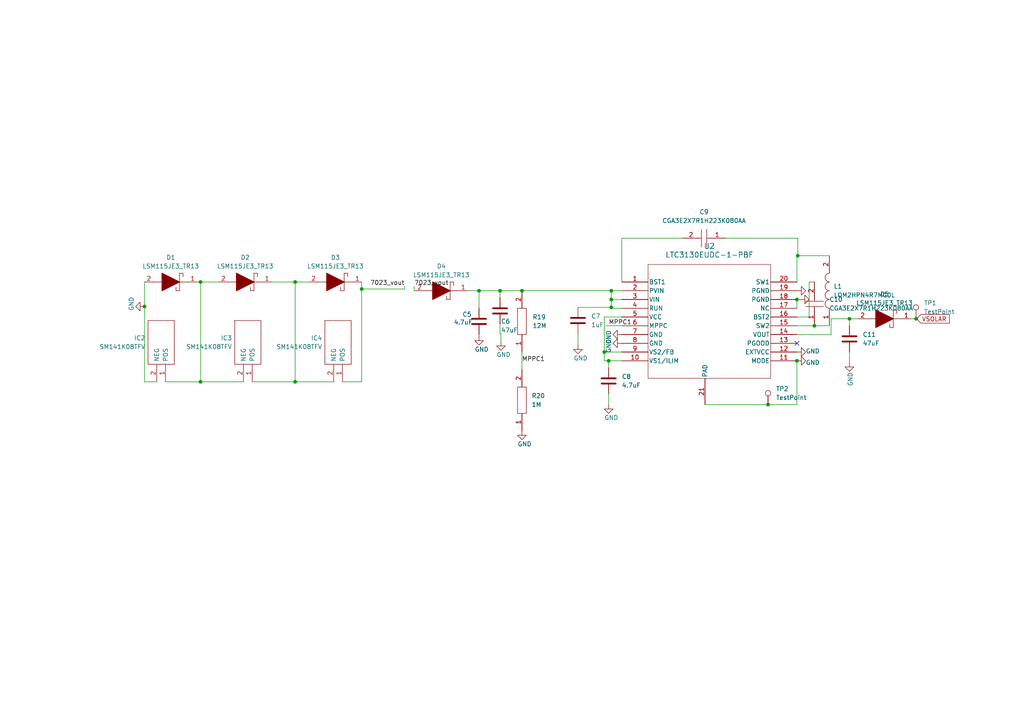
<source format=kicad_sch>
(kicad_sch (version 20230121) (generator eeschema)
  (paper "A4")
  (lib_symbols
    (symbol "AA_AUTO_LOADER:CGA3E2X7R1H223K080AA" (pin_names (offset 0.762))
      (property "Reference" "C" (at 8.89 6.35 0))
      (property "Value" "CGA3E2X7R1H223K080AA" (at 8.89 3.81 0))
      (symbol "CGA3E2X7R1H223K080AA_0_0"
        (pin passive line (at 0 0 0) (length 5.08) (name "~") (number "1"))
        (pin passive line (at 12.7 0 180) (length 5.08) (name "~") (number "2"))
      )
      (symbol "CGA3E2X7R1H223K080AA_0_1"
        (polyline (pts (xy 5.08 0) (xy 5.588 0)) (stroke (width 0.1524)))
        (polyline (pts (xy 5.588 2.54) (xy 5.588 -2.54)) (stroke (width 0.1524)))
        (polyline (pts (xy 7.112 0) (xy 7.62 0)) (stroke (width 0.1524)))
        (polyline (pts (xy 7.112 2.54) (xy 7.112 -2.54)) (stroke (width 0.1524)))
      )
    )
    (symbol "AA_AUTO_LOADER:CHV2010-FX-1005ELF" (pin_names (offset 0.762))
      (property "Reference" "R" (at 13.97 6.35 0))
      (property "Value" "CHV2010-FX-1005ELF" (at 13.97 3.81 0))
      (symbol "CHV2010-FX-1005ELF_0_0"
        (pin passive line (at 0 0 0) (length 5.08) (name "~") (number "1"))
        (pin passive line (at 17.78 0 180) (length 5.08) (name "~") (number "2"))
      )
      (symbol "CHV2010-FX-1005ELF_0_1"
        (polyline (pts (xy 5.08 1.27) (xy 12.7 1.27) (xy 12.7 -1.27) (xy 5.08 -1.27) (xy 5.08 1.27)) (stroke (width 0.1524)))
      )
    )
    (symbol "AA_AUTO_LOADER:LQM2HPN4R7MG0L" (pin_names (offset 0.762))
      (property "Reference" "L" (at 16.51 6.35 0))
      (property "Value" "LQM2HPN4R7MG0L" (at 16.51 3.81 0))
      (symbol "LQM2HPN4R7MG0L_0_0"
        (pin passive line (at 0 0 0) (length 5.08) (name "~") (number "1"))
        (pin passive line (at 20.32 0 180) (length 5.08) (name "~") (number "2"))
      )
      (symbol "LQM2HPN4R7MG0L_0_1"
        (arc (start 7.62 0) (mid 6.35 1.2202) (end 5.08 0) (stroke (width 0.1524)))
        (arc (start 10.16 0) (mid 8.89 1.2202) (end 7.62 0) (stroke (width 0.1524)))
        (arc (start 12.7 0) (mid 11.43 1.2202) (end 10.16 0) (stroke (width 0.1524)))
        (arc (start 15.24 0) (mid 13.97 1.2202) (end 12.7 0) (stroke (width 0.1524)))
      )
    )
    (symbol "AA_AUTO_LOADER:LSM115JE3_TR13" (pin_names (offset 0.762))
      (property "Reference" "D" (at 12.7 8.89 0))
      (property "Value" "LSM115JE3_TR13" (at 12.7 6.35 0))
      (symbol "LSM115JE3_TR13_0_0"
        (pin passive line (at 2.54 0 0) (length 2.54) (name "~") (number "1"))
        (pin passive line (at 17.78 0 180) (length 2.54) (name "~") (number "2"))
      )
      (symbol "LSM115JE3_TR13_0_1"
        (polyline (pts (xy 5.08 0) (xy 7.62 0)) (stroke (width 0.1524)))
        (polyline (pts (xy 7.62 2.54) (xy 7.62 -2.54)) (stroke (width 0.1524)))
        (polyline (pts (xy 12.7 0) (xy 15.24 0)) (stroke (width 0.1524)))
        (polyline (pts (xy 7.62 -2.54) (xy 6.604 -2.54) (xy 6.604 -1.524)) (stroke (width 0.1524)))
        (polyline (pts (xy 7.62 2.54) (xy 8.636 2.54) (xy 8.636 1.524)) (stroke (width 0.1524)))
        (polyline (pts (xy 7.62 0) (xy 12.7 2.54) (xy 12.7 -2.54) (xy 7.62 0)) (stroke (width 0.254)) (fill (type outline)))
      )
    )
    (symbol "AA_AUTO_LOADER:RC1206FR-072M49L" (pin_names (offset 0.762))
      (property "Reference" "R" (at 13.97 6.35 0))
      (property "Value" "RC1206FR-072M49L" (at 13.97 3.81 0))
      (symbol "RC1206FR-072M49L_0_0"
        (pin passive line (at 0 0 0) (length 5.08) (name "~") (number "1"))
        (pin passive line (at 17.78 0 180) (length 5.08) (name "~") (number "2"))
      )
      (symbol "RC1206FR-072M49L_0_1"
        (polyline (pts (xy 5.08 1.27) (xy 12.7 1.27) (xy 12.7 -1.27) (xy 5.08 -1.27) (xy 5.08 1.27)) (stroke (width 0.1524)))
      )
    )
    (symbol "AA_AUTO_LOADER:SM141K08TFV" (pin_names (offset 0.762))
      (property "Reference" "IC" (at 19.05 7.62 0))
      (property "Value" "SM141K08TFV" (at 19.05 5.08 0))
      (symbol "SM141K08TFV_0_0"
        (pin power_in line (at 0 0 0) (length 5.08) (name "POS") (number "1"))
        (pin power_in line (at 0 -2.54 0) (length 5.08) (name "NEG") (number "2"))
      )
      (symbol "SM141K08TFV_0_1"
        (polyline (pts (xy 5.08 2.54) (xy 17.78 2.54) (xy 17.78 -5.08) (xy 5.08 -5.08) (xy 5.08 2.54)) (stroke (width 0.1524)))
      )
    )
    (symbol "Connector:TestPoint" (pin_numbers hide) (pin_names (offset 0.762) hide)
      (property "Reference" "TP" (at 0 6.858 0))
      (property "Value" "TestPoint" (at 0 5.08 0))
      (symbol "TestPoint_0_1"
        (circle (center 0 3.302) (radius 0.762))
      )
      (symbol "TestPoint_1_1"
        (pin passive line (at 0 0 90) (length 2.54) (name "1") (number "1"))
      )
    )
    (symbol "LTC3130:LTC3130EUDC-1-PBF" (pin_names (offset 0.254))
      (property "Reference" "U" (at 25.4 10.16 0))
      (property "Value" "LTC3130EUDC-1-PBF" (at 25.4 7.62 0))
      (symbol "LTC3130EUDC-1-PBF_0_1"
        (polyline (pts (xy 7.62 -27.94) (xy 43.18 -27.94)) (stroke (width 0.127)))
        (polyline (pts (xy 7.62 5.08) (xy 7.62 -27.94)) (stroke (width 0.127)))
        (polyline (pts (xy 43.18 -27.94) (xy 43.18 5.08)) (stroke (width 0.127)))
        (polyline (pts (xy 43.18 5.08) (xy 7.62 5.08)) (stroke (width 0.127)))
        (pin unspecified line (at 0 0 0) (length 7.62) (name "BST1") (number "1"))
        (pin bidirectional line (at 0 -22.86 0) (length 7.62) (name "VS1/ILIM") (number "10"))
        (pin unspecified line (at 50.8 -22.86 180) (length 7.62) (name "MODE") (number "11"))
        (pin input line (at 50.8 -20.32 180) (length 7.62) (name "EXTVCC") (number "12"))
        (pin output line (at 50.8 -17.78 180) (length 7.62) (name "PGOOD") (number "13"))
        (pin output line (at 50.8 -15.24 180) (length 7.62) (name "VOUT") (number "14"))
        (pin unspecified line (at 50.8 -12.7 180) (length 7.62) (name "SW2") (number "15"))
        (pin unspecified line (at 50.8 -10.16 180) (length 7.62) (name "BST2") (number "16"))
        (pin power_out line (at 50.8 -5.08 180) (length 7.62) (name "PGND") (number "18"))
        (pin power_out line (at 50.8 -2.54 180) (length 7.62) (name "PGND") (number "19"))
        (pin input line (at 0 -2.54 0) (length 7.62) (name "PVIN") (number "2"))
        (pin unspecified line (at 50.8 0 180) (length 7.62) (name "SW1") (number "20"))
        (pin input line (at 0 -5.08 0) (length 7.62) (name "VIN") (number "3"))
        (pin input line (at 0 -7.62 0) (length 7.62) (name "RUN") (number "4"))
        (pin power_in line (at 0 -10.16 0) (length 7.62) (name "VCC") (number "5"))
        (pin unspecified line (at 0 -12.7 0) (length 7.62) (name "MPPC") (number "6"))
        (pin power_out line (at 0 -15.24 0) (length 7.62) (name "GND") (number "7"))
        (pin power_out line (at 0 -17.78 0) (length 7.62) (name "GND") (number "8"))
        (pin bidirectional line (at 0 -20.32 0) (length 7.62) (name "VS2/FB") (number "9"))
      )
      (symbol "LTC3130EUDC-1-PBF_1_1"
        (pin output line (at 50.8 -7.62 180) (length 7.62) (name "NC") (number "17"))
        (pin power_out line (at 24.13 -35.56 90) (length 7.62) (name "PAD") (number "21"))
      )
    )
    (symbol "PCM_Capacitor_AKL:C_0805" (pin_numbers hide) (pin_names (offset 0.254))
      (property "Reference" "C" (at 0.635 2.54 0))
      (property "Value" "C_0805" (at 0.635 -2.54 0))
      (symbol "C_0805_0_1"
        (polyline (pts (xy -2.032 -0.762) (xy 2.032 -0.762)) (stroke (width 0.508)))
        (polyline (pts (xy -2.032 0.762) (xy 2.032 0.762)) (stroke (width 0.508)))
      )
      (symbol "C_0805_1_1"
        (pin passive line (at 0 3.81 270) (length 2.794) (name "~") (number "1"))
        (pin passive line (at 0 -3.81 90) (length 2.794) (name "~") (number "2"))
      )
    )
    (symbol "power:GND" (power) (pin_names (offset 0))
      (property "Value" "GND" (at 0 -3.81 0))
      (symbol "GND_0_1"
        (polyline (pts (xy 0 0) (xy 0 -1.27) (xy 1.27 -1.27) (xy 0 -2.54) (xy -1.27 -1.27) (xy 0 -1.27)))
      )
      (symbol "GND_1_1"
        (pin power_in line (at 0 0 270) (length 0) hide (name "GND") (number "1"))
      )
    )
  )
  (junction (at 175.26 102.108))
  (junction (at 222.758 117.348))
  (junction (at 58.166 110.744))
  (junction (at 58.166 81.788))
  (junction (at 176.53 104.648))
  (junction (at 265.684 92.456))
  (junction (at 138.938 84.328))
  (junction (at 236.22 94.488))
  (junction (at 41.91 88.9))
  (junction (at 104.902 83.82))
  (junction (at 231.14 86.868))
  (junction (at 151.384 84.328))
  (junction (at 177.292 84.328))
  (junction (at 85.598 81.788))
  (junction (at 85.598 110.744))
  (junction (at 231.14 104.648))
  (junction (at 177.292 86.868))
  (junction (at 231.394 74.168))
  (junction (at 246.38 92.456))
  (junction (at 145.034 84.328))
  (junction (at 177.292 89.154))
  (no_connect (at 231.14 99.568))
  (wire (pts (xy 177.292 84.328) (xy 177.292 86.868)))
  (wire (pts (xy 145.034 86.36) (xy 145.034 84.328)))
  (wire (pts (xy 145.288 96.774) (xy 145.288 99.06)))
  (wire (pts (xy 120.142 84.328) (xy 120.396 84.328)))
  (wire (pts (xy 234.696 81.788) (xy 234.696 91.948)))
  (wire (pts (xy 175.26 102.108) (xy 175.26 104.648)))
  (wire (pts (xy 58.166 110.744) (xy 48.006 110.744)))
  (wire (pts (xy 231.14 97.028) (xy 241.046 97.028)))
  (wire (pts (xy 135.636 84.328) (xy 138.938 84.328)))
  (wire (pts (xy 177.292 86.868) (xy 180.34 86.868)))
  (wire (pts (xy 145.034 84.328) (xy 151.384 84.328)))
  (wire (pts (xy 175.768 94.488) (xy 180.34 94.488)))
  (wire (pts (xy 231.14 94.488) (xy 236.22 94.488)))
  (wire (pts (xy 204.47 117.348) (xy 222.758 117.348)))
  (wire (pts (xy 85.598 81.788) (xy 85.598 110.744)))
  (wire (pts (xy 85.598 110.744) (xy 73.152 110.744)))
  (wire (pts (xy 246.38 92.456) (xy 248.92 92.456)))
  (wire (pts (xy 145.034 96.774) (xy 145.034 93.98)))
  (wire (pts (xy 96.774 110.744) (xy 85.598 110.744)))
  (wire (pts (xy 265.684 92.456) (xy 265.938 92.456)))
  (wire (pts (xy 138.938 97.536) (xy 138.938 97.028)))
  (wire (pts (xy 138.938 89.408) (xy 138.938 84.328)))
  (wire (pts (xy 180.34 81.788) (xy 180.34 69.088)))
  (wire (pts (xy 41.91 81.788) (xy 41.91 88.9)))
  (wire (pts (xy 177.292 89.408) (xy 180.34 89.408)))
  (wire (pts (xy 231.14 86.868) (xy 231.14 89.408)))
  (wire (pts (xy 177.292 89.154) (xy 177.292 89.408)))
  (wire (pts (xy 89.662 81.788) (xy 85.598 81.788)))
  (wire (pts (xy 231.394 74.168) (xy 231.14 74.168)))
  (wire (pts (xy 70.612 110.744) (xy 58.166 110.744)))
  (wire (pts (xy 58.166 81.788) (xy 57.15 81.788)))
  (wire (pts (xy 175.26 104.648) (xy 176.53 104.648)))
  (wire (pts (xy 231.14 86.868) (xy 232.156 86.868)))
  (wire (pts (xy 234.696 91.948) (xy 231.14 91.948)))
  (wire (pts (xy 264.16 92.456) (xy 265.684 92.456)))
  (wire (pts (xy 117.348 83.82) (xy 104.902 83.82)))
  (wire (pts (xy 175.26 102.108) (xy 180.34 102.108)))
  (wire (pts (xy 176.53 104.648) (xy 180.34 104.648)))
  (wire (pts (xy 241.046 97.028) (xy 241.046 92.456)))
  (wire (pts (xy 236.22 94.488) (xy 240.538 94.488)))
  (wire (pts (xy 240.538 74.168) (xy 231.394 74.168)))
  (wire (pts (xy 231.14 104.648) (xy 231.14 117.348)))
  (wire (pts (xy 41.91 88.9) (xy 41.91 110.744)))
  (wire (pts (xy 176.53 114.3) (xy 176.53 117.348)))
  (wire (pts (xy 151.384 107.188) (xy 151.384 102.108)))
  (wire (pts (xy 138.938 84.328) (xy 145.034 84.328)))
  (wire (pts (xy 58.166 81.788) (xy 58.166 110.744)))
  (wire (pts (xy 246.38 105.156) (xy 246.38 102.108)))
  (wire (pts (xy 85.598 81.788) (xy 78.74 81.788)))
  (wire (pts (xy 180.34 69.088) (xy 197.866 69.088)))
  (wire (pts (xy 231.14 74.168) (xy 231.14 81.788)))
  (wire (pts (xy 177.292 84.328) (xy 180.34 84.328)))
  (wire (pts (xy 167.64 89.154) (xy 177.292 89.154)))
  (wire (pts (xy 145.034 96.774) (xy 145.288 96.774)))
  (wire (pts (xy 175.26 91.948) (xy 175.26 102.108)))
  (wire (pts (xy 41.91 110.744) (xy 45.466 110.744)))
  (wire (pts (xy 177.292 89.154) (xy 177.292 86.868)))
  (wire (pts (xy 167.64 100.076) (xy 167.64 96.774)))
  (wire (pts (xy 104.902 81.788) (xy 104.902 83.82)))
  (wire (pts (xy 210.566 69.088) (xy 231.394 69.088)))
  (wire (pts (xy 241.046 92.456) (xy 246.38 92.456)))
  (wire (pts (xy 151.384 84.328) (xy 177.292 84.328)))
  (wire (pts (xy 63.5 81.788) (xy 58.166 81.788)))
  (wire (pts (xy 99.314 110.744) (xy 104.902 110.744)))
  (wire (pts (xy 120.142 83.058) (xy 120.142 84.328)))
  (wire (pts (xy 180.34 91.948) (xy 175.26 91.948)))
  (wire (pts (xy 236.22 81.788) (xy 234.696 81.788)))
  (wire (pts (xy 117.348 83.058) (xy 117.348 83.82)))
  (wire (pts (xy 231.394 69.088) (xy 231.394 74.168)))
  (wire (pts (xy 246.38 92.456) (xy 246.38 94.488)))
  (wire (pts (xy 176.53 106.68) (xy 176.53 104.648)))
  (wire (pts (xy 222.758 117.348) (xy 231.14 117.348)))
  (wire (pts (xy 104.902 83.82) (xy 104.902 110.744)))
  (label "7023_vout" (at 120.142 83.058 0))
  (label "7023_vout" (at 117.348 83.058 180))
  (label "MPPC1" (at 176.53 94.488 0))
  (label "MPPC1" (at 151.384 105.156 0))
  (global_label "VSOLAR" (shape input) (at 265.938 92.456 0) (property "Intersheetrefs" "${INTERSHEET_REFS}" (effects hide)))
  (symbol (lib_id "power:GND") (at 151.384 124.968 0) (mirror y) (unit 1)
    (property "Reference" "#PWR?" (effects hide))
    (property "Value" "GND" (at 150.114 128.778 0) (effects (justify right)))
    (instances (project "xpanel" (path "" (reference "#PWR?") (unit 1))) (project "Z_PLUS_REV1" (path "" (reference "#PWR029") (unit 1))) (project "Xpanel_V1_final" (path "" (reference "#PWR039") (unit 1)) (path "" (reference "#PWR042") (unit 1))))
  )
  (symbol (lib_id "Connector:TestPoint") (at 222.758 117.348 0) (unit 1)
    (property "Reference" "TP2" (at 225.044 112.776 0) (effects (justify left)))
    (property "Value" "TestPoint" (at 225.044 115.316 0) (effects (justify left)))
    (property "Footprint" "TestPoint:TestPoint_Loop_D1.80mm_Drill1.0mm_Beaded" (effects hide))
  )
  (symbol (lib_id "AA_AUTO_LOADER:LSM115JE3_TR13") (at 59.69 81.788 180) (unit 1)
    (property "Reference" "D1" (at 49.53 74.676 0))
    (property "Value" "LSM115JE3_TR13" (at 49.53 77.216 0))
    (property "Footprint" "DIOM5436X330N" (effects hide))
    (property "Datasheet" "https://media.digikey.com/pdf/Data%20Sheets/Microsemi%20PDFs/LSM115J.pdf" (effects hide))
    (property "Description" "Schottky Diodes & Rectifiers Schottky" (effects hide))
    (property "Height" "3.3" (effects hide))
    (property "Manufacturer_Name" "Microsemi Corporation" (effects hide))
    (property "Manufacturer_Part_Number" "LSM115JE3/TR13" (effects hide))
    (property "Mouser Part Number" "494-LSM115JE3/TR13" (effects hide))
    (property "Mouser Price/Stock" "https://www.mouser.co.uk/ProductDetail/Microchip-Microsemi/LSM115JE3-TR13/?qs=6jAvgNDGUA8H9k1qUsKdHA%3D%3D" (effects hide))
    (property "Arrow Part Number" "LSM115JE3/TR13" (effects hide))
    (property "Arrow Price/Stock" "https://www.arrow.com/en/products/lsm115je3tr13/microsemi" (effects hide))
  )
  (symbol (lib_id "AA_AUTO_LOADER:SM141K08TFV") (at 99.314 110.744 270) (mirror x) (unit 1)
    (property "Reference" "IC4" (at 93.472 98.044 90) (effects (justify right)))
    (property "Value" "SM141K08TFV" (at 93.472 100.584 90) (effects (justify right)))
    (property "Footprint" "SODFL520290X120N" (effects hide))
    (property "Datasheet" "https://waf-e.dubudisk.com/anysolar.dubuplus.com/techsupport@anysolar.biz/O18BEt3/DubuDisk/www/Gen3/SM141K08TFV%20DATA%20SHEET%20202105.pdf" (effects hide))
    (property "Description" "SOLAR CELL G3 THIN 5.53V 246MW" (effects hide))
    (property "Height" "1.2" (effects hide))
    (property "Manufacturer_Name" "ANYSOLAR" (effects hide))
    (property "Manufacturer_Part_Number" "SM141K08TFV" (effects hide))
  )
  (symbol (lib_id "AA_AUTO_LOADER:SM141K08TFV") (at 73.152 110.744 270) (mirror x) (unit 1)
    (property "Reference" "IC3" (at 67.31 98.044 90) (effects (justify right)))
    (property "Value" "SM141K08TFV" (at 67.31 100.584 90) (effects (justify right)))
    (property "Footprint" "SODFL520290X120N" (effects hide))
    (property "Datasheet" "https://waf-e.dubudisk.com/anysolar.dubuplus.com/techsupport@anysolar.biz/O18BEt3/DubuDisk/www/Gen3/SM141K08TFV%20DATA%20SHEET%20202105.pdf" (effects hide))
    (property "Description" "SOLAR CELL G3 THIN 5.53V 246MW" (effects hide))
    (property "Height" "1.2" (effects hide))
    (property "Manufacturer_Name" "ANYSOLAR" (effects hide))
    (property "Manufacturer_Part_Number" "SM141K08TFV" (effects hide))
  )
  (symbol (lib_id "LTC3130:LTC3130EUDC-1-PBF") (at 180.34 81.788 0) (unit 1)
    (property "Reference" "U2" (at 205.74 71.374 0) (effects (font (size 1.524 1.524))))
    (property "Value" "LTC3130EUDC-1-PBF" (at 205.74 73.914 0) (effects (font (size 1.524 1.524))))
    (property "Footprint" "UDC_20_ADI" (effects hide))
    (property "Datasheet" "LTC3130EUDC-1-PBF" (effects hide))
    (instances (project "Z_PLUS_REV1" (path "" (reference "U2") (unit 1))) (project "Xpanel_V1_final" (path "" (reference "U3") (unit 1)) (path "" (reference "U4") (unit 1))))
  )
  (symbol (lib_id "power:GND") (at 231.14 102.108 90) (mirror x) (unit 1)
    (property "Reference" "#PWR?" (effects hide))
    (property "Value" "GND" (at 233.68 101.854 90) (effects (justify right)))
    (instances (project "xpanel" (path "" (reference "#PWR?") (unit 1))) (project "Z_PLUS_REV1" (path "" (reference "#PWR035") (unit 1))) (project "Xpanel_V1_final" (path "" (reference "#PWR037") (unit 1)) (path "" (reference "#PWR057") (unit 1))))
  )
  (symbol (lib_id "power:GND") (at 138.938 97.536 0) (mirror y) (unit 1)
    (property "Reference" "#PWR?" (effects hide))
    (property "Value" "GND" (at 137.668 101.346 0) (effects (justify right)))
    (instances (project "xpanel" (path "" (reference "#PWR?") (unit 1))) (project "Z_PLUS_REV1" (path "" (reference "#PWR027") (unit 1))) (project "Xpanel_V1_final" (path "" (reference "#PWR038") (unit 1)) (path "" (reference "#PWR041") (unit 1))))
  )
  (symbol (lib_id "power:GND") (at 167.64 100.076 0) (mirror y) (unit 1)
    (property "Reference" "#PWR?" (effects hide))
    (property "Value" "GND" (at 166.37 103.886 0) (effects (justify right)))
    (instances (project "xpanel" (path "" (reference "#PWR?") (unit 1))) (project "Z_PLUS_REV1" (path "" (reference "#PWR030") (unit 1))) (project "Xpanel_V1_final" (path "" (reference "#PWR031") (unit 1)) (path "" (reference "#PWR043") (unit 1))))
  )
  (symbol (lib_id "Connector:TestPoint") (at 265.684 92.456 0) (unit 1)
    (property "Reference" "TP1" (at 267.97 87.884 0) (effects (justify left)))
    (property "Value" "TestPoint" (at 267.97 90.424 0) (effects (justify left)))
    (property "Footprint" "TestPoint:TestPoint_Loop_D1.80mm_Drill1.0mm_Beaded" (effects hide))
  )
  (symbol (lib_id "power:GND") (at 41.91 88.9 270) (unit 1)
    (property "Reference" "#PWR?" (effects hide))
    (property "Value" "GND" (at 38.1 90.17 0) (effects (justify right)))
    (instances (project "xpanel" (path "" (reference "#PWR?") (unit 1))) (project "Z_PLUS_REV1" (path "" (reference "#PWR026") (unit 1))) (project "Xpanel_V1_final" (path "" (reference "#PWR039") (unit 1)) (path "" (reference "#PWR042") (unit 1))))
  )
  (symbol (lib_id "AA_AUTO_LOADER:CGA3E2X7R1H223K080AA") (at 236.22 94.488 90) (unit 1)
    (property "Reference" "C10" (at 240.538 86.868 90) (effects (justify right)))
    (property "Value" "CGA3E2X7R1H223K080AA" (at 240.538 89.408 90) (effects (justify right)))
    (property "Footprint" "CAPC1608X90N" (effects hide))
    (property "Datasheet" "http://docs-europe.electrocomponents.com/webdocs/14e9/0900766b814e9125.pdf" (effects hide))
    (property "Description" "TDK 22nF Multilayer Ceramic Capacitor MLCC 50 V dc +/-10% X7R Dielectric 1608 Solder Max. Op. Temp. +125C" (effects hide))
    (property "Height" "0.9" (effects hide))
    (property "Manufacturer_Name" "TDK" (effects hide))
    (property "Manufacturer_Part_Number" "CGA3E2X7R1H223K080AA" (effects hide))
    (property "Mouser Part Number" "810-CGA3E2X7R1H223K" (effects hide))
    (property "Mouser Price/Stock" "https://www.mouser.co.uk/ProductDetail/TDK/CGA3E2X7R1H223K080AA?qs=NRhsANhppD%252Baj3NexA80WA%3D%3D" (effects hide))
    (property "Arrow Part Number" "CGA3E2X7R1H223K080AA" (effects hide))
    (property "Arrow Price/Stock" "https://www.arrow.com/en/products/cga3e2x7r1h223k080aa/tdk?region=nac" (effects hide))
    (instances (project "Z_PLUS_REV1" (path "" (reference "C10") (unit 1))) (project "Xpanel_V1_final" (path "" (reference "C12") (unit 1)) (path "" (reference "C18") (unit 1))))
  )
  (symbol (lib_id "power:GND") (at 180.34 99.568 270) (mirror x) (unit 1)
    (property "Reference" "#PWR?" (effects hide))
    (property "Value" "GND" (at 176.53 98.298 0) (effects (justify right)))
    (instances (project "xpanel" (path "" (reference "#PWR?") (unit 1))) (project "Z_PLUS_REV1" (path "" (reference "#PWR033") (unit 1))) (project "Xpanel_V1_final" (path "" (reference "#PWR033") (unit 1)) (path "" (reference "#PWR046") (unit 1))))
  )
  (symbol (lib_id "AA_AUTO_LOADER:RC1206FR-072M49L") (at 151.384 124.968 90) (unit 1)
    (property "Reference" "R20" (at 154.178 114.808 90) (effects (justify right)))
    (property "Value" "1M" (at 154.178 117.348 90) (effects (justify right)))
    (property "Footprint" "RESC3116X65N" (effects hide))
    (property "Datasheet" "https://www.sos.sk/productdata/35/10/4/35104/RC1206.pdf" (effects hide))
    (property "Description" "Thick Film Resistors - SMD 1/4W 2.49M Ohms 1%" (effects hide))
    (property "Height" "0.65" (effects hide))
    (property "Manufacturer_Name" "KEMET" (effects hide))
    (property "Manufacturer_Part_Number" "RC1206FR-072M49L" (effects hide))
    (property "Mouser Part Number" "603-RC1206FR-072M49L" (effects hide))
    (property "Mouser Price/Stock" "https://www.mouser.com/Search/Refine.aspx?Keyword=603-RC1206FR-072M49L" (effects hide))
    (property "Arrow Part Number" "RC1206FR-072M49L" (effects hide))
    (property "Arrow Price/Stock" "https://www.arrow.com/en/products/rc1206fr-072m49l/yageo" (effects hide))
    (instances (project "Z_PLUS_REV1" (path "" (reference "R20") (unit 1))) (project "Xpanel_V1_final" (path "" (reference "R40") (unit 1))))
  )
  (symbol (lib_id "PCM_Capacitor_AKL:C_0805") (at 176.53 110.49 0) (unit 1)
    (property "Reference" "C8" (at 180.34 109.22 0) (effects (justify left)))
    (property "Value" "4.7uF" (at 180.34 111.76 0) (effects (justify left)))
    (property "Footprint" "Capacitor_SMD:C_0805_2012Metric" (effects hide))
  )
  (symbol (lib_id "power:GND") (at 180.34 97.028 270) (mirror x) (unit 1)
    (property "Reference" "#PWR?" (effects hide))
    (property "Value" "GND" (at 176.53 95.758 0) (effects (justify right)))
    (instances (project "xpanel" (path "" (reference "#PWR?") (unit 1))) (project "Z_PLUS_REV1" (path "" (reference "#PWR032") (unit 1))) (project "Xpanel_V1_final" (path "" (reference "#PWR032") (unit 1)) (path "" (reference "#PWR045") (unit 1))))
  )
  (symbol (lib_id "power:GND") (at 145.288 99.06 0) (mirror y) (unit 1)
    (property "Reference" "#PWR?" (effects hide))
    (property "Value" "GND" (at 144.018 102.87 0) (effects (justify right)))
    (instances (project "xpanel" (path "" (reference "#PWR?") (unit 1))) (project "Z_PLUS_REV1" (path "" (reference "#PWR028") (unit 1))) (project "Xpanel_V1_final" (path "" (reference "#PWR038") (unit 1)) (path "" (reference "#PWR041") (unit 1))))
  )
  (symbol (lib_id "power:GND") (at 176.53 117.348 0) (mirror y) (unit 1)
    (property "Reference" "#PWR?" (effects hide))
    (property "Value" "GND" (at 175.26 121.158 0) (effects (justify right)))
    (instances (project "xpanel" (path "" (reference "#PWR?") (unit 1))) (project "Z_PLUS_REV1" (path "" (reference "#PWR031") (unit 1))) (project "Xpanel_V1_final" (path "" (reference "#PWR036") (unit 1)) (path "" (reference "#PWR044") (unit 1))))
  )
  (symbol (lib_id "PCM_Capacitor_AKL:C_0805") (at 246.38 98.298 0) (unit 1)
    (property "Reference" "C11" (at 250.19 97.028 0) (effects (justify left)))
    (property "Value" "47uF" (at 250.19 99.568 0) (effects (justify left)))
    (property "Footprint" "Capacitor_SMD:C_0805_2012Metric" (effects hide))
  )
  (symbol (lib_id "AA_AUTO_LOADER:LSM115JE3_TR13") (at 266.7 92.456 180) (unit 1)
    (property "Reference" "D5" (at 256.54 85.344 0))
    (property "Value" "LSM115JE3_TR13" (at 256.54 87.884 0))
    (property "Footprint" "DIOM5436X330N" (effects hide))
    (property "Datasheet" "https://media.digikey.com/pdf/Data%20Sheets/Microsemi%20PDFs/LSM115J.pdf" (effects hide))
    (property "Description" "Schottky Diodes & Rectifiers Schottky" (effects hide))
    (property "Height" "3.3" (effects hide))
    (property "Manufacturer_Name" "Microsemi Corporation" (effects hide))
    (property "Manufacturer_Part_Number" "LSM115JE3/TR13" (effects hide))
    (property "Mouser Part Number" "494-LSM115JE3/TR13" (effects hide))
    (property "Mouser Price/Stock" "https://www.mouser.co.uk/ProductDetail/Microchip-Microsemi/LSM115JE3-TR13/?qs=6jAvgNDGUA8H9k1qUsKdHA%3D%3D" (effects hide))
    (property "Arrow Part Number" "LSM115JE3/TR13" (effects hide))
    (property "Arrow Price/Stock" "https://www.arrow.com/en/products/lsm115je3tr13/microsemi" (effects hide))
  )
  (symbol (lib_id "PCM_Capacitor_AKL:C_0805") (at 145.034 90.17 0) (unit 1)
    (property "Reference" "C6" (at 145.288 93.218 0) (effects (justify left)))
    (property "Value" "47uF" (at 145.288 95.758 0) (effects (justify left)))
    (property "Footprint" "Capacitor_SMD:C_0805_2012Metric" (effects hide))
  )
  (symbol (lib_id "AA_AUTO_LOADER:LSM115JE3_TR13") (at 138.176 84.328 180) (unit 1)
    (property "Reference" "D4" (at 128.016 77.216 0))
    (property "Value" "LSM115JE3_TR13" (at 128.016 79.756 0))
    (property "Footprint" "DIOM5436X330N" (effects hide))
    (property "Datasheet" "https://media.digikey.com/pdf/Data%20Sheets/Microsemi%20PDFs/LSM115J.pdf" (effects hide))
    (property "Description" "Schottky Diodes & Rectifiers Schottky" (effects hide))
    (property "Height" "3.3" (effects hide))
    (property "Manufacturer_Name" "Microsemi Corporation" (effects hide))
    (property "Manufacturer_Part_Number" "LSM115JE3/TR13" (effects hide))
    (property "Mouser Part Number" "494-LSM115JE3/TR13" (effects hide))
    (property "Mouser Price/Stock" "https://www.mouser.co.uk/ProductDetail/Microchip-Microsemi/LSM115JE3-TR13/?qs=6jAvgNDGUA8H9k1qUsKdHA%3D%3D" (effects hide))
    (property "Arrow Part Number" "LSM115JE3/TR13" (effects hide))
    (property "Arrow Price/Stock" "https://www.arrow.com/en/products/lsm115je3tr13/microsemi" (effects hide))
  )
  (symbol (lib_id "AA_AUTO_LOADER:CHV2010-FX-1005ELF") (at 151.384 102.108 90) (unit 1)
    (property "Reference" "R19" (at 154.432 91.948 90) (effects (justify right)))
    (property "Value" "12M" (at 154.432 94.488 90) (effects (justify right)))
    (property "Footprint" "RESC5025X70N" (effects hide))
    (property "Datasheet" "https://datasheet.datasheetarchive.com/originals/distributors/DKDS-12/224757.pdf" (effects hide))
    (property "Description" "Bourns CHV Series Thick Film High Voltage Resistor 2010 Case 0.5W +/-100ppm/C" (effects hide))
    (property "Height" "0.7" (effects hide))
    (property "Manufacturer_Name" "Bourns" (effects hide))
    (property "Manufacturer_Part_Number" "CHV2010-FX-1005ELF" (effects hide))
    (property "Mouser Part Number" "652-CHV2010FX1005ELF" (effects hide))
    (property "Mouser Price/Stock" "https://www.mouser.co.uk/ProductDetail/Bourns/CHV2010-FX-1005ELF?qs=m3kjewahW8Q3Mon3mD%2F3Vw%3D%3D" (effects hide))
    (property "Arrow Part Number" "CHV2010-FX-1005ELF" (effects hide))
    (property "Arrow Price/Stock" "https://www.arrow.com/en/products/chv2010-fx-1005elf/bourns" (effects hide))
    (instances (project "Z_PLUS_REV1" (path "" (reference "R19") (unit 1))) (project "Xpanel_V1_final" (path "" (reference "R36") (unit 1)) (path "" (reference "R39") (unit 1))))
  )
  (symbol (lib_id "AA_AUTO_LOADER:SM141K08TFV") (at 48.006 110.744 270) (mirror x) (unit 1)
    (property "Reference" "IC2" (at 42.164 98.044 90) (effects (justify right)))
    (property "Value" "SM141K08TFV" (at 42.164 100.584 90) (effects (justify right)))
    (property "Footprint" "SODFL520290X120N" (effects hide))
    (property "Datasheet" "https://waf-e.dubudisk.com/anysolar.dubuplus.com/techsupport@anysolar.biz/O18BEt3/DubuDisk/www/Gen3/SM141K08TFV%20DATA%20SHEET%20202105.pdf" (effects hide))
    (property "Description" "SOLAR CELL G3 THIN 5.53V 246MW" (effects hide))
    (property "Height" "1.2" (effects hide))
    (property "Manufacturer_Name" "ANYSOLAR" (effects hide))
    (property "Manufacturer_Part_Number" "SM141K08TFV" (effects hide))
  )
  (symbol (lib_id "power:GND") (at 246.38 105.156 0) (mirror y) (unit 1)
    (property "Reference" "#PWR?" (effects hide))
    (property "Value" "GND" (at 246.634 107.95 90) (effects (justify right)))
    (instances (project "xpanel" (path "" (reference "#PWR?") (unit 1))) (project "Z_PLUS_REV1" (path "" (reference "#PWR038") (unit 1))) (project "Xpanel_V1_final" (path "" (reference "#PWR037") (unit 1)) (path "" (reference "#PWR057") (unit 1))))
  )
  (symbol (lib_id "AA_AUTO_LOADER:CGA3E2X7R1H223K080AA") (at 210.566 69.088 180) (unit 1)
    (property "Reference" "C9" (at 204.216 61.468 0))
    (property "Value" "CGA3E2X7R1H223K080AA" (at 204.216 64.008 0))
    (property "Footprint" "CAPC1608X90N" (effects hide))
    (property "Datasheet" "http://docs-europe.electrocomponents.com/webdocs/14e9/0900766b814e9125.pdf" (effects hide))
    (property "Description" "TDK 22nF Multilayer Ceramic Capacitor MLCC 50 V dc +/-10% X7R Dielectric 1608 Solder Max. Op. Temp. +125C" (effects hide))
    (property "Height" "0.9" (effects hide))
    (property "Manufacturer_Name" "TDK" (effects hide))
    (property "Manufacturer_Part_Number" "CGA3E2X7R1H223K080AA" (effects hide))
    (property "Mouser Part Number" "810-CGA3E2X7R1H223K" (effects hide))
    (property "Mouser Price/Stock" "https://www.mouser.co.uk/ProductDetail/TDK/CGA3E2X7R1H223K080AA?qs=NRhsANhppD%252Baj3NexA80WA%3D%3D" (effects hide))
    (property "Arrow Part Number" "CGA3E2X7R1H223K080AA" (effects hide))
    (property "Arrow Price/Stock" "https://www.arrow.com/en/products/cga3e2x7r1h223k080aa/tdk?region=nac" (effects hide))
    (instances (project "Z_PLUS_REV1" (path "" (reference "C9") (unit 1))) (project "Xpanel_V1_final" (path "" (reference "C13") (unit 1)) (path "" (reference "C17") (unit 1))))
  )
  (symbol (lib_id "power:GND") (at 231.14 84.328 90) (mirror x) (unit 1)
    (property "Reference" "#PWR?" (effects hide))
    (property "Value" "GND" (effects hide))
    (instances (project "xpanel" (path "" (reference "#PWR?") (unit 1))) (project "Z_PLUS_REV1" (path "" (reference "#PWR034") (unit 1))) (project "Xpanel_V1_final" (path "" (reference "#PWR035") (unit 1)) (path "" (reference "#PWR047") (unit 1))))
  )
  (symbol (lib_id "AA_AUTO_LOADER:LSM115JE3_TR13") (at 81.28 81.788 180) (unit 1)
    (property "Reference" "D2" (at 71.12 74.676 0))
    (property "Value" "LSM115JE3_TR13" (at 71.12 77.216 0))
    (property "Footprint" "DIOM5436X330N" (effects hide))
    (property "Datasheet" "https://media.digikey.com/pdf/Data%20Sheets/Microsemi%20PDFs/LSM115J.pdf" (effects hide))
    (property "Description" "Schottky Diodes & Rectifiers Schottky" (effects hide))
    (property "Height" "3.3" (effects hide))
    (property "Manufacturer_Name" "Microsemi Corporation" (effects hide))
    (property "Manufacturer_Part_Number" "LSM115JE3/TR13" (effects hide))
    (property "Mouser Part Number" "494-LSM115JE3/TR13" (effects hide))
    (property "Mouser Price/Stock" "https://www.mouser.co.uk/ProductDetail/Microchip-Microsemi/LSM115JE3-TR13/?qs=6jAvgNDGUA8H9k1qUsKdHA%3D%3D" (effects hide))
    (property "Arrow Part Number" "LSM115JE3/TR13" (effects hide))
    (property "Arrow Price/Stock" "https://www.arrow.com/en/products/lsm115je3tr13/microsemi" (effects hide))
  )
  (symbol (lib_id "power:GND") (at 231.14 104.648 90) (mirror x) (unit 1)
    (property "Reference" "#PWR?" (effects hide))
    (property "Value" "GND" (at 233.68 105.156 90) (effects (justify right)))
    (instances (project "xpanel" (path "" (reference "#PWR?") (unit 1))) (project "Z_PLUS_REV1" (path "" (reference "#PWR036") (unit 1))) (project "Xpanel_V1_final" (path "" (reference "#PWR037") (unit 1)) (path "" (reference "#PWR049") (unit 1))))
  )
  (symbol (lib_id "power:GND") (at 232.156 86.868 90) (mirror x) (unit 1)
    (property "Reference" "#PWR?" (effects hide))
    (property "Value" "GND" (effects hide))
    (instances (project "xpanel" (path "" (reference "#PWR?") (unit 1))) (project "Z_PLUS_REV1" (path "" (reference "#PWR037") (unit 1))) (project "Xpanel_V1_final" (path "" (reference "#PWR034") (unit 1)) (path "" (reference "#PWR048") (unit 1))))
  )
  (symbol (lib_id "PCM_Capacitor_AKL:C_0805") (at 138.938 93.218 0) (unit 1)
    (property "Reference" "C5" (at 134.112 91.186 0) (effects (justify left)))
    (property "Value" "4.7uF" (at 131.572 93.472 0) (effects (justify left)))
    (property "Footprint" "Capacitor_SMD:C_0805_2012Metric" (effects hide))
  )
  (symbol (lib_id "AA_AUTO_LOADER:LQM2HPN4R7MG0L") (at 240.538 94.488 90) (unit 1)
    (property "Reference" "L1" (at 241.808 83.058 90) (effects (justify right)))
    (property "Value" "LQM2HPN4R7MG0L" (at 241.808 85.598 90) (effects (justify right)))
    (property "Footprint" "LQM2HPN1R0MG0L" (effects hide))
    (property "Datasheet" "https://psearch.en.murata.com/inductor/product/LQM2HPN4R7MG0%23.html" (effects hide))
    (property "Description" "Inductor SMD 1008 shielded 4.7uH Murata LQM2HP_G0 Series 4700 nH +/-20% Ferrite Multilayer SMD Inductor, 1008 Case, SRF: 0.025GHz 1.1A dc 138m Rdc" (effects hide))
    (property "Height" "1" (effects hide))
    (property "Manufacturer_Name" "Murata Electronics" (effects hide))
    (property "Manufacturer_Part_Number" "LQM2HPN4R7MG0L" (effects hide))
    (property "Mouser Part Number" "81-LQM2HPN4R7MG0L" (effects hide))
    (property "Mouser Price/Stock" "https://www.mouser.co.uk/ProductDetail/Murata-Electronics/LQM2HPN4R7MG0L?qs=%2F%252BYoplLUB5jnkqM2%2FFTc3g%3D%3D" (effects hide))
    (property "Arrow Part Number" "LQM2HPN4R7MG0L" (effects hide))
    (property "Arrow Price/Stock" "https://www.arrow.com/en/products/lqm2hpn4r7mg0l/murata-manufacturing?region=nac" (effects hide))
    (instances (project "Z_PLUS_REV1" (path "" (reference "L1") (unit 1))) (project "Xpanel_V1_final" (path "" (reference "L3") (unit 1)) (path "" (reference "L4") (unit 1))))
  )
  (symbol (lib_id "PCM_Capacitor_AKL:C_0805") (at 167.64 92.964 0) (unit 1)
    (property "Reference" "C7" (at 171.45 91.694 0) (effects (justify left)))
    (property "Value" "1uF" (at 171.45 94.234 0) (effects (justify left)))
    (property "Footprint" "Capacitor_SMD:C_0805_2012Metric" (effects hide))
  )
  (symbol (lib_id "AA_AUTO_LOADER:LSM115JE3_TR13") (at 107.442 81.788 180) (unit 1)
    (property "Reference" "D3" (at 97.282 74.676 0))
    (property "Value" "LSM115JE3_TR13" (at 97.282 77.216 0))
    (property "Footprint" "DIOM5436X330N" (effects hide))
    (property "Datasheet" "https://media.digikey.com/pdf/Data%20Sheets/Microsemi%20PDFs/LSM115J.pdf" (effects hide))
    (property "Description" "Schottky Diodes & Rectifiers Schottky" (effects hide))
    (property "Height" "3.3" (effects hide))
    (property "Manufacturer_Name" "Microsemi Corporation" (effects hide))
    (property "Manufacturer_Part_Number" "LSM115JE3/TR13" (effects hide))
    (property "Mouser Part Number" "494-LSM115JE3/TR13" (effects hide))
    (property "Mouser Price/Stock" "https://www.mouser.co.uk/ProductDetail/Microchip-Microsemi/LSM115JE3-TR13/?qs=6jAvgNDGUA8H9k1qUsKdHA%3D%3D" (effects hide))
    (property "Arrow Part Number" "LSM115JE3/TR13" (effects hide))
    (property "Arrow Price/Stock" "https://www.arrow.com/en/products/lsm115je3tr13/microsemi" (effects hide))
  )
)
</source>
